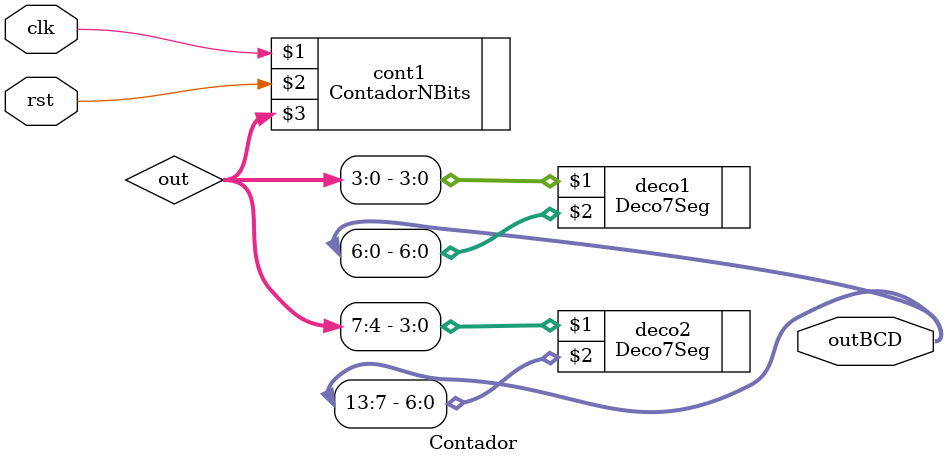
<source format=sv>
module Contador #(parameter N=8) 
					  (input logic clk, rst,
						output logic [13:0] outBCD);
										
	logic [N-1:0] out;	
	
	ContadorNBits#(N) cont1 (clk, rst, out[N-1:0]);
	
	Deco7Seg deco1 (out[3:0], outBCD[6:0]);
	
	Deco7Seg deco2 (out[7:4], outBCD[13:7]);

endmodule
	
</source>
